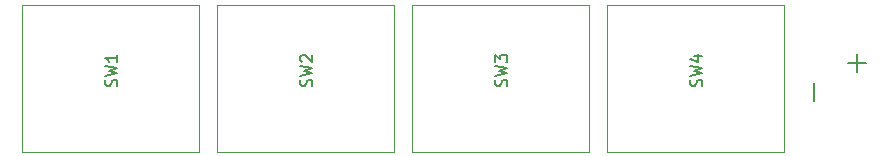
<source format=gbr>
%TF.GenerationSoftware,KiCad,Pcbnew,5.1.7-a382d34a8~88~ubuntu18.04.1*%
%TF.CreationDate,2021-04-14T12:48:07-04:00*%
%TF.ProjectId,Pressure_Switch,50726573-7375-4726-955f-537769746368,rev?*%
%TF.SameCoordinates,Original*%
%TF.FileFunction,Legend,Top*%
%TF.FilePolarity,Positive*%
%FSLAX46Y46*%
G04 Gerber Fmt 4.6, Leading zero omitted, Abs format (unit mm)*
G04 Created by KiCad (PCBNEW 5.1.7-a382d34a8~88~ubuntu18.04.1) date 2021-04-14 12:48:07*
%MOMM*%
%LPD*%
G01*
G04 APERTURE LIST*
%ADD10C,0.200000*%
%ADD11C,0.120000*%
%ADD12C,0.150000*%
G04 APERTURE END LIST*
D10*
X156352857Y-92201904D02*
X156352857Y-90678095D01*
X159258095Y-89042857D02*
X160781904Y-89042857D01*
X160020000Y-89804761D02*
X160020000Y-88280952D01*
D11*
%TO.C,SW4*%
X153797000Y-84074000D02*
X138811000Y-84074000D01*
X153797000Y-96520000D02*
X138811000Y-96520000D01*
X153797000Y-84074000D02*
X153797000Y-96520000D01*
X138811000Y-96520000D02*
X138811000Y-84074000D01*
%TO.C,SW3*%
X137287000Y-84074000D02*
X122301000Y-84074000D01*
X137287000Y-96520000D02*
X122301000Y-96520000D01*
X137287000Y-84074000D02*
X137287000Y-96520000D01*
X122301000Y-96520000D02*
X122301000Y-84074000D01*
%TO.C,SW2*%
X120777000Y-84074000D02*
X105791000Y-84074000D01*
X120777000Y-96520000D02*
X105791000Y-96520000D01*
X120777000Y-84074000D02*
X120777000Y-96520000D01*
X105791000Y-96520000D02*
X105791000Y-84074000D01*
%TO.C,SW1*%
X104267000Y-84074000D02*
X89281000Y-84074000D01*
X104267000Y-96520000D02*
X89281000Y-96520000D01*
X104267000Y-84074000D02*
X104267000Y-96520000D01*
X89281000Y-96520000D02*
X89281000Y-84074000D01*
%TO.C,SW4*%
D12*
X146835761Y-90995333D02*
X146883380Y-90852476D01*
X146883380Y-90614380D01*
X146835761Y-90519142D01*
X146788142Y-90471523D01*
X146692904Y-90423904D01*
X146597666Y-90423904D01*
X146502428Y-90471523D01*
X146454809Y-90519142D01*
X146407190Y-90614380D01*
X146359571Y-90804857D01*
X146311952Y-90900095D01*
X146264333Y-90947714D01*
X146169095Y-90995333D01*
X146073857Y-90995333D01*
X145978619Y-90947714D01*
X145931000Y-90900095D01*
X145883380Y-90804857D01*
X145883380Y-90566761D01*
X145931000Y-90423904D01*
X145883380Y-90090571D02*
X146883380Y-89852476D01*
X146169095Y-89662000D01*
X146883380Y-89471523D01*
X145883380Y-89233428D01*
X146216714Y-88423904D02*
X146883380Y-88423904D01*
X145835761Y-88662000D02*
X146550047Y-88900095D01*
X146550047Y-88281047D01*
%TO.C,SW3*%
X130325761Y-90995333D02*
X130373380Y-90852476D01*
X130373380Y-90614380D01*
X130325761Y-90519142D01*
X130278142Y-90471523D01*
X130182904Y-90423904D01*
X130087666Y-90423904D01*
X129992428Y-90471523D01*
X129944809Y-90519142D01*
X129897190Y-90614380D01*
X129849571Y-90804857D01*
X129801952Y-90900095D01*
X129754333Y-90947714D01*
X129659095Y-90995333D01*
X129563857Y-90995333D01*
X129468619Y-90947714D01*
X129421000Y-90900095D01*
X129373380Y-90804857D01*
X129373380Y-90566761D01*
X129421000Y-90423904D01*
X129373380Y-90090571D02*
X130373380Y-89852476D01*
X129659095Y-89662000D01*
X130373380Y-89471523D01*
X129373380Y-89233428D01*
X129373380Y-88947714D02*
X129373380Y-88328666D01*
X129754333Y-88662000D01*
X129754333Y-88519142D01*
X129801952Y-88423904D01*
X129849571Y-88376285D01*
X129944809Y-88328666D01*
X130182904Y-88328666D01*
X130278142Y-88376285D01*
X130325761Y-88423904D01*
X130373380Y-88519142D01*
X130373380Y-88804857D01*
X130325761Y-88900095D01*
X130278142Y-88947714D01*
%TO.C,SW2*%
X113815761Y-90995333D02*
X113863380Y-90852476D01*
X113863380Y-90614380D01*
X113815761Y-90519142D01*
X113768142Y-90471523D01*
X113672904Y-90423904D01*
X113577666Y-90423904D01*
X113482428Y-90471523D01*
X113434809Y-90519142D01*
X113387190Y-90614380D01*
X113339571Y-90804857D01*
X113291952Y-90900095D01*
X113244333Y-90947714D01*
X113149095Y-90995333D01*
X113053857Y-90995333D01*
X112958619Y-90947714D01*
X112911000Y-90900095D01*
X112863380Y-90804857D01*
X112863380Y-90566761D01*
X112911000Y-90423904D01*
X112863380Y-90090571D02*
X113863380Y-89852476D01*
X113149095Y-89662000D01*
X113863380Y-89471523D01*
X112863380Y-89233428D01*
X112958619Y-88900095D02*
X112911000Y-88852476D01*
X112863380Y-88757238D01*
X112863380Y-88519142D01*
X112911000Y-88423904D01*
X112958619Y-88376285D01*
X113053857Y-88328666D01*
X113149095Y-88328666D01*
X113291952Y-88376285D01*
X113863380Y-88947714D01*
X113863380Y-88328666D01*
%TO.C,SW1*%
X97305761Y-90995333D02*
X97353380Y-90852476D01*
X97353380Y-90614380D01*
X97305761Y-90519142D01*
X97258142Y-90471523D01*
X97162904Y-90423904D01*
X97067666Y-90423904D01*
X96972428Y-90471523D01*
X96924809Y-90519142D01*
X96877190Y-90614380D01*
X96829571Y-90804857D01*
X96781952Y-90900095D01*
X96734333Y-90947714D01*
X96639095Y-90995333D01*
X96543857Y-90995333D01*
X96448619Y-90947714D01*
X96401000Y-90900095D01*
X96353380Y-90804857D01*
X96353380Y-90566761D01*
X96401000Y-90423904D01*
X96353380Y-90090571D02*
X97353380Y-89852476D01*
X96639095Y-89662000D01*
X97353380Y-89471523D01*
X96353380Y-89233428D01*
X97353380Y-88328666D02*
X97353380Y-88900095D01*
X97353380Y-88614380D02*
X96353380Y-88614380D01*
X96496238Y-88709619D01*
X96591476Y-88804857D01*
X96639095Y-88900095D01*
%TD*%
M02*

</source>
